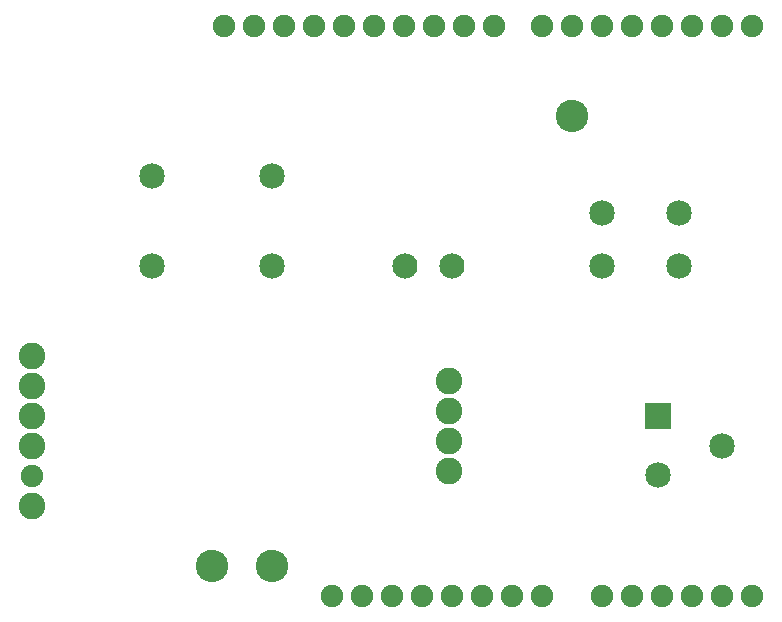
<source format=gbs>
G04 MADE WITH FRITZING*
G04 WWW.FRITZING.ORG*
G04 DOUBLE SIDED*
G04 HOLES PLATED*
G04 CONTOUR ON CENTER OF CONTOUR VECTOR*
%ASAXBY*%
%FSLAX23Y23*%
%MOIN*%
%OFA0B0*%
%SFA1.0B1.0*%
%ADD10C,0.075278*%
%ADD11C,0.085000*%
%ADD12C,0.084000*%
%ADD13C,0.088861*%
%ADD14C,0.074972*%
%ADD15C,0.088833*%
%ADD16C,0.108425*%
%ADD17R,0.085000X0.085000*%
%LNMASK0*%
G90*
G70*
G54D10*
X2244Y122D03*
X2344Y122D03*
X2444Y122D03*
X2544Y122D03*
X2644Y122D03*
X1784Y2022D03*
X1684Y2022D03*
X1584Y2022D03*
X1484Y2022D03*
X1384Y2022D03*
X1284Y2022D03*
X1184Y2022D03*
X1084Y2022D03*
X984Y2022D03*
X884Y2022D03*
X2644Y2022D03*
X2544Y2022D03*
X2444Y2022D03*
X2344Y2022D03*
X2244Y2022D03*
X2144Y2022D03*
X2044Y2022D03*
X1944Y2022D03*
X1344Y122D03*
X1244Y122D03*
X1444Y122D03*
X1544Y122D03*
X1644Y122D03*
X1744Y122D03*
X1844Y122D03*
X1944Y122D03*
X2144Y122D03*
G54D11*
X2400Y1222D03*
X2144Y1222D03*
X2400Y1399D03*
X2144Y1399D03*
G54D12*
X1487Y1222D03*
X1644Y1222D03*
G54D11*
X2332Y721D03*
X2544Y622D03*
X2332Y524D03*
G54D13*
X244Y422D03*
G54D14*
X244Y522D03*
G54D13*
X244Y622D03*
X244Y722D03*
X244Y822D03*
X244Y922D03*
G54D15*
X1634Y538D03*
X1634Y638D03*
X1634Y738D03*
X1634Y838D03*
G54D11*
X644Y1522D03*
X1044Y1522D03*
X644Y1222D03*
X1044Y1222D03*
G54D16*
X2044Y1722D03*
X1044Y222D03*
X844Y222D03*
G54D17*
X2332Y721D03*
G04 End of Mask0*
M02*
</source>
